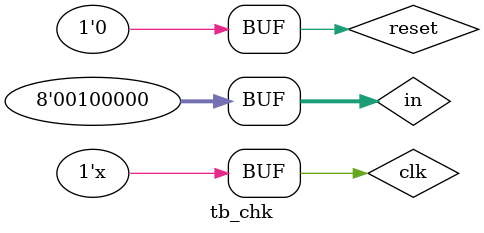
<source format=v>
`timescale 1ns / 1ps


module tb_chk;

	// Inputs
	reg clk;
	reg reset;
	reg [7:0] in;
	wire result;
	// Instantiate the Unit Under Test (UUT)
	block_checker uut (
		.clk(clk), 
		.reset(reset), 
		.in(in),
		.result(result)
	);

	always #10 clk = ~clk;
	initial begin
		// Initialize Input
		clk = 0;
		reset = 1;
		in = 0;
		#20;
		reset = 0;
		// Wait 100 ns for global reset to finish
		in = "a";
		#20;
		in = " ";
		#20;
		in = "b";
		#20;
		in = "e";
		#20;
		in = "g";
		#20;
		in = "i";
		#20;
		in = "n";
		#20;
		in = " ";
		#20;
		in = "e";
		#20;
		in = "n";
		#20;
		in = "d";
		#20;
		in = "c";
		#20;
		in = " ";
		#20;
		in = "e";
		#20;
		in = "n";
		#20;
		in = "d";
		#20;
      in = " ";
		#20;
		in = "e";
		#20;
		in = "n";
		#20;
		in = "d";
		#20;
		in = " ";
		#20;
		in = "b";
		#20;
		in = "e";
		#20;
		in = "g";
		#20;
		in = "i";
		#20;
		in = "n";
		#20;
		in = " ";
		#100;
		// Add stimulus here

	end
      
endmodule


</source>
